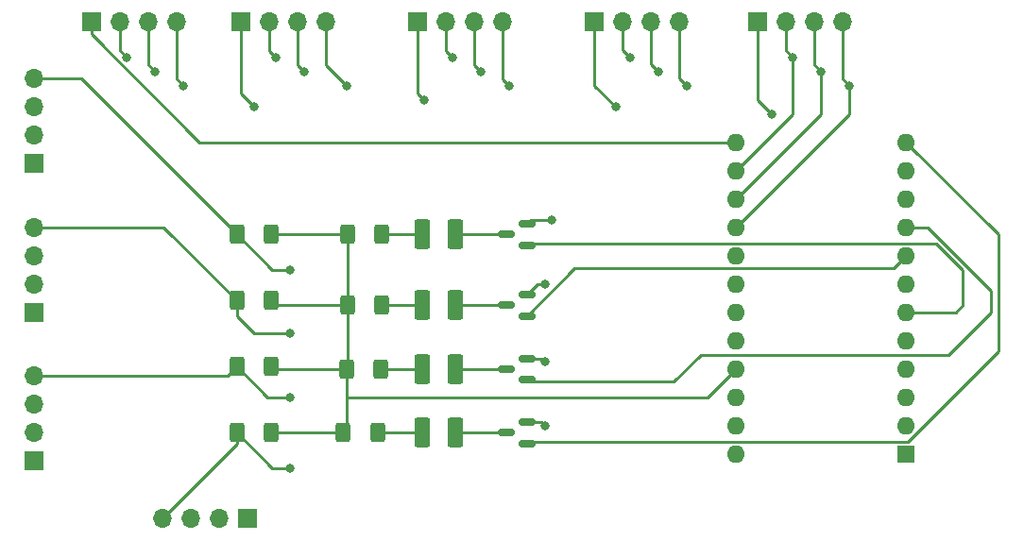
<source format=gbr>
%TF.GenerationSoftware,KiCad,Pcbnew,(6.0.4)*%
%TF.CreationDate,2022-05-05T20:35:17-04:00*%
%TF.ProjectId,mainboard,6d61696e-626f-4617-9264-2e6b69636164,0.0*%
%TF.SameCoordinates,Original*%
%TF.FileFunction,Copper,L1,Top*%
%TF.FilePolarity,Positive*%
%FSLAX46Y46*%
G04 Gerber Fmt 4.6, Leading zero omitted, Abs format (unit mm)*
G04 Created by KiCad (PCBNEW (6.0.4)) date 2022-05-05 20:35:17*
%MOMM*%
%LPD*%
G01*
G04 APERTURE LIST*
G04 Aperture macros list*
%AMRoundRect*
0 Rectangle with rounded corners*
0 $1 Rounding radius*
0 $2 $3 $4 $5 $6 $7 $8 $9 X,Y pos of 4 corners*
0 Add a 4 corners polygon primitive as box body*
4,1,4,$2,$3,$4,$5,$6,$7,$8,$9,$2,$3,0*
0 Add four circle primitives for the rounded corners*
1,1,$1+$1,$2,$3*
1,1,$1+$1,$4,$5*
1,1,$1+$1,$6,$7*
1,1,$1+$1,$8,$9*
0 Add four rect primitives between the rounded corners*
20,1,$1+$1,$2,$3,$4,$5,0*
20,1,$1+$1,$4,$5,$6,$7,0*
20,1,$1+$1,$6,$7,$8,$9,0*
20,1,$1+$1,$8,$9,$2,$3,0*%
G04 Aperture macros list end*
%TA.AperFunction,ComponentPad*%
%ADD10R,1.700000X1.700000*%
%TD*%
%TA.AperFunction,ComponentPad*%
%ADD11O,1.700000X1.700000*%
%TD*%
%TA.AperFunction,SMDPad,CuDef*%
%ADD12RoundRect,0.250001X0.462499X1.074999X-0.462499X1.074999X-0.462499X-1.074999X0.462499X-1.074999X0*%
%TD*%
%TA.AperFunction,SMDPad,CuDef*%
%ADD13RoundRect,0.250000X0.400000X0.625000X-0.400000X0.625000X-0.400000X-0.625000X0.400000X-0.625000X0*%
%TD*%
%TA.AperFunction,SMDPad,CuDef*%
%ADD14RoundRect,0.150000X0.587500X0.150000X-0.587500X0.150000X-0.587500X-0.150000X0.587500X-0.150000X0*%
%TD*%
%TA.AperFunction,SMDPad,CuDef*%
%ADD15RoundRect,0.250000X-0.400000X-0.625000X0.400000X-0.625000X0.400000X0.625000X-0.400000X0.625000X0*%
%TD*%
%TA.AperFunction,ComponentPad*%
%ADD16R,1.600000X1.600000*%
%TD*%
%TA.AperFunction,ComponentPad*%
%ADD17O,1.600000X1.600000*%
%TD*%
%TA.AperFunction,ViaPad*%
%ADD18C,0.800000*%
%TD*%
%TA.AperFunction,Conductor*%
%ADD19C,0.250000*%
%TD*%
G04 APERTURE END LIST*
D10*
%TO.P,J6,1,Pin_1*%
%TO.N,GND*%
X62795000Y-55870000D03*
D11*
%TO.P,J6,2,Pin_2*%
%TO.N,unconnected-(J6-Pad2)*%
X62795000Y-53330000D03*
%TO.P,J6,3,Pin_3*%
%TO.N,unconnected-(J6-Pad3)*%
X62795000Y-50790000D03*
%TO.P,J6,4,Pin_4*%
%TO.N,/fsr1*%
X62795000Y-48250000D03*
%TD*%
D12*
%TO.P,D1,1,K*%
%TO.N,Net-(D1-Pad1)*%
X100547500Y-62230000D03*
%TO.P,D1,2,A*%
%TO.N,Net-(D1-Pad2)*%
X97572500Y-62230000D03*
%TD*%
%TO.P,D3,1,K*%
%TO.N,Net-(D3-Pad1)*%
X100547500Y-74295000D03*
%TO.P,D3,2,A*%
%TO.N,Net-(D3-Pad2)*%
X97572500Y-74295000D03*
%TD*%
%TO.P,D2,1,K*%
%TO.N,Net-(D2-Pad1)*%
X100547500Y-68580000D03*
%TO.P,D2,2,A*%
%TO.N,Net-(D2-Pad2)*%
X97572500Y-68580000D03*
%TD*%
%TO.P,D4,1,K*%
%TO.N,Net-(D4-Pad1)*%
X100547500Y-80010000D03*
%TO.P,D4,2,A*%
%TO.N,Net-(D4-Pad2)*%
X97572500Y-80010000D03*
%TD*%
D13*
%TO.P,R6,1*%
%TO.N,VCC*%
X84100000Y-80010000D03*
%TO.P,R6,2*%
%TO.N,/fsr4*%
X81000000Y-80010000D03*
%TD*%
D14*
%TO.P,Q1,1,G*%
%TO.N,/led_a*%
X106982500Y-63180000D03*
%TO.P,Q1,2,S*%
%TO.N,GND*%
X106982500Y-61280000D03*
%TO.P,Q1,3,D*%
%TO.N,Net-(D1-Pad1)*%
X105107500Y-62230000D03*
%TD*%
D13*
%TO.P,R4,1*%
%TO.N,VCC*%
X84100000Y-74083332D03*
%TO.P,R4,2*%
%TO.N,/fsr3*%
X81000000Y-74083332D03*
%TD*%
D14*
%TO.P,Q2,1,G*%
%TO.N,/led_b*%
X106982500Y-69530000D03*
%TO.P,Q2,2,S*%
%TO.N,GND*%
X106982500Y-67630000D03*
%TO.P,Q2,3,D*%
%TO.N,Net-(D2-Pad1)*%
X105107500Y-68580000D03*
%TD*%
D15*
%TO.P,R7,1*%
%TO.N,VCC*%
X90805000Y-74295000D03*
%TO.P,R7,2*%
%TO.N,Net-(D3-Pad2)*%
X93905000Y-74295000D03*
%TD*%
D10*
%TO.P,J1,1,Pin_1*%
%TO.N,/cs1*%
X127625000Y-43170000D03*
D11*
%TO.P,J1,2,Pin_2*%
%TO.N,/MOSI*%
X130165000Y-43170000D03*
%TO.P,J1,3,Pin_3*%
%TO.N,/MISO*%
X132705000Y-43170000D03*
%TO.P,J1,4,Pin_4*%
%TO.N,/SCK*%
X135245000Y-43170000D03*
%TD*%
D14*
%TO.P,Q4,1,G*%
%TO.N,/led_d*%
X106982500Y-80960000D03*
%TO.P,Q4,2,S*%
%TO.N,GND*%
X106982500Y-79060000D03*
%TO.P,Q4,3,D*%
%TO.N,Net-(D4-Pad1)*%
X105107500Y-80010000D03*
%TD*%
D10*
%TO.P,J5,1,Pin_1*%
%TO.N,/cs5*%
X67935000Y-43170000D03*
D11*
%TO.P,J5,2,Pin_2*%
%TO.N,/MOSI*%
X70475000Y-43170000D03*
%TO.P,J5,3,Pin_3*%
%TO.N,/MISO*%
X73015000Y-43170000D03*
%TO.P,J5,4,Pin_4*%
%TO.N,/SCK*%
X75555000Y-43170000D03*
%TD*%
D10*
%TO.P,J3,1,Pin_1*%
%TO.N,/cs3*%
X97215000Y-43180000D03*
D11*
%TO.P,J3,2,Pin_2*%
%TO.N,/MOSI*%
X99755000Y-43180000D03*
%TO.P,J3,3,Pin_3*%
%TO.N,/MISO*%
X102295000Y-43180000D03*
%TO.P,J3,4,Pin_4*%
%TO.N,/SCK*%
X104835000Y-43180000D03*
%TD*%
D10*
%TO.P,J9,1,Pin_1*%
%TO.N,GND*%
X81905000Y-87700000D03*
D11*
%TO.P,J9,2,Pin_2*%
%TO.N,unconnected-(J9-Pad2)*%
X79365000Y-87700000D03*
%TO.P,J9,3,Pin_3*%
%TO.N,unconnected-(J9-Pad3)*%
X76825000Y-87700000D03*
%TO.P,J9,4,Pin_4*%
%TO.N,/fsr4*%
X74285000Y-87700000D03*
%TD*%
D10*
%TO.P,J8,1,Pin_1*%
%TO.N,GND*%
X62795000Y-82540000D03*
D11*
%TO.P,J8,2,Pin_2*%
%TO.N,unconnected-(J8-Pad2)*%
X62795000Y-80000000D03*
%TO.P,J8,3,Pin_3*%
%TO.N,unconnected-(J8-Pad3)*%
X62795000Y-77460000D03*
%TO.P,J8,4,Pin_4*%
%TO.N,/fsr3*%
X62795000Y-74920000D03*
%TD*%
D15*
%TO.P,R5,1*%
%TO.N,VCC*%
X90880000Y-68580000D03*
%TO.P,R5,2*%
%TO.N,Net-(D2-Pad2)*%
X93980000Y-68580000D03*
%TD*%
D10*
%TO.P,J7,1,Pin_1*%
%TO.N,GND*%
X62795000Y-69205000D03*
D11*
%TO.P,J7,2,Pin_2*%
%TO.N,unconnected-(J7-Pad2)*%
X62795000Y-66665000D03*
%TO.P,J7,3,Pin_3*%
%TO.N,unconnected-(J7-Pad3)*%
X62795000Y-64125000D03*
%TO.P,J7,4,Pin_4*%
%TO.N,/fsr2*%
X62795000Y-61585000D03*
%TD*%
D13*
%TO.P,R2,1*%
%TO.N,VCC*%
X84100000Y-68156666D03*
%TO.P,R2,2*%
%TO.N,/fsr2*%
X81000000Y-68156666D03*
%TD*%
D10*
%TO.P,J2,1,Pin_1*%
%TO.N,/cs2*%
X113030000Y-43180000D03*
D11*
%TO.P,J2,2,Pin_2*%
%TO.N,/MOSI*%
X115570000Y-43180000D03*
%TO.P,J2,3,Pin_3*%
%TO.N,/MISO*%
X118110000Y-43180000D03*
%TO.P,J2,4,Pin_4*%
%TO.N,/SCK*%
X120650000Y-43180000D03*
%TD*%
D10*
%TO.P,J4,1,Pin_1*%
%TO.N,/cs4*%
X81340000Y-43180000D03*
D11*
%TO.P,J4,2,Pin_2*%
%TO.N,/MOSI*%
X83880000Y-43180000D03*
%TO.P,J4,3,Pin_3*%
%TO.N,/MISO*%
X86420000Y-43180000D03*
%TO.P,J4,4,Pin_4*%
%TO.N,/SCK*%
X88960000Y-43180000D03*
%TD*%
D16*
%TO.P,U2,1,D1/TX*%
%TO.N,unconnected-(U2-Pad1)*%
X140970000Y-81915000D03*
D17*
%TO.P,U2,2,D0/RX*%
%TO.N,unconnected-(U2-Pad2)*%
X140970000Y-79375000D03*
%TO.P,U2,3,GND*%
%TO.N,GND*%
X140970000Y-76835000D03*
%TO.P,U2,4,GND*%
X140970000Y-74295000D03*
%TO.P,U2,5,D2*%
%TO.N,/cs1*%
X140970000Y-71755000D03*
%TO.P,U2,6,~D3*%
%TO.N,/led_a*%
X140970000Y-69215000D03*
%TO.P,U2,7,D4/A6*%
%TO.N,/fsr4*%
X140970000Y-66675000D03*
%TO.P,U2,8,~D5*%
%TO.N,/led_b*%
X140970000Y-64135000D03*
%TO.P,U2,9,~D6/A7*%
%TO.N,/led_c*%
X140970000Y-61595000D03*
%TO.P,U2,10,D7*%
%TO.N,/cs2*%
X140970000Y-59055000D03*
%TO.P,U2,11,D8/A8*%
%TO.N,/fsr3*%
X140970000Y-56515000D03*
%TO.P,U2,12,~D9/A9*%
%TO.N,/led_d*%
X140970000Y-53975000D03*
%TO.P,U2,13,~D10/A10*%
%TO.N,/cs5*%
X125730000Y-53975000D03*
%TO.P,U2,14,D16*%
%TO.N,/MOSI*%
X125730000Y-56515000D03*
%TO.P,U2,15,D14*%
%TO.N,/MISO*%
X125730000Y-59055000D03*
%TO.P,U2,16,D15*%
%TO.N,/SCK*%
X125730000Y-61595000D03*
%TO.P,U2,17,D18/A0*%
%TO.N,/cs4*%
X125730000Y-64135000D03*
%TO.P,U2,18,D19/A1*%
%TO.N,/cs3*%
X125730000Y-66675000D03*
%TO.P,U2,19,D20/A2*%
%TO.N,/fsr1*%
X125730000Y-69215000D03*
%TO.P,U2,20,D21/A3*%
%TO.N,/fsr2*%
X125730000Y-71755000D03*
%TO.P,U2,21,VCC*%
%TO.N,VCC*%
X125730000Y-74295000D03*
%TO.P,U2,22,RST*%
%TO.N,unconnected-(U2-Pad22)*%
X125730000Y-76835000D03*
%TO.P,U2,23,GND*%
%TO.N,GND*%
X125730000Y-79375000D03*
%TO.P,U2,24,RAW*%
%TO.N,unconnected-(U2-Pad24)*%
X125730000Y-81915000D03*
%TD*%
D13*
%TO.P,R1,1*%
%TO.N,VCC*%
X84100000Y-62230000D03*
%TO.P,R1,2*%
%TO.N,/fsr1*%
X81000000Y-62230000D03*
%TD*%
D15*
%TO.P,R8,1*%
%TO.N,VCC*%
X90525000Y-80010000D03*
%TO.P,R8,2*%
%TO.N,Net-(D4-Pad2)*%
X93625000Y-80010000D03*
%TD*%
D14*
%TO.P,Q3,1,G*%
%TO.N,/led_c*%
X106982500Y-75245000D03*
%TO.P,Q3,2,S*%
%TO.N,GND*%
X106982500Y-73345000D03*
%TO.P,Q3,3,D*%
%TO.N,Net-(D3-Pad1)*%
X105107500Y-74295000D03*
%TD*%
D15*
%TO.P,R3,1*%
%TO.N,VCC*%
X90880000Y-62230000D03*
%TO.P,R3,2*%
%TO.N,Net-(D1-Pad2)*%
X93980000Y-62230000D03*
%TD*%
D18*
%TO.N,GND*%
X108585000Y-79375000D03*
X108585000Y-73660000D03*
X108585000Y-66675000D03*
X109220000Y-60960000D03*
%TO.N,/cs4*%
X82550000Y-50800000D03*
%TO.N,/cs3*%
X97790000Y-50165000D03*
%TO.N,/cs2*%
X114935000Y-50800000D03*
%TO.N,/cs1*%
X128905000Y-51435000D03*
%TO.N,/fsr1*%
X85725000Y-65405000D03*
%TO.N,/fsr2*%
X85725000Y-71120000D03*
%TO.N,/fsr4*%
X85725000Y-83185000D03*
%TO.N,/fsr3*%
X85725000Y-76835000D03*
%TO.N,/MOSI*%
X84445000Y-46345000D03*
X130800000Y-46345000D03*
X71110000Y-46345000D03*
X100320000Y-46345000D03*
X116195000Y-46345000D03*
%TO.N,/MISO*%
X73650000Y-47615000D03*
X118735000Y-47615000D03*
X133340000Y-47615000D03*
X102860000Y-47615000D03*
X86985000Y-47615000D03*
%TO.N,/SCK*%
X76190000Y-48885000D03*
X135880000Y-48885000D03*
X121275000Y-48885000D03*
X90795000Y-48885000D03*
X105400000Y-48885000D03*
%TD*%
D19*
%TO.N,GND*%
X109220000Y-60960000D02*
X107302500Y-60960000D01*
X107302500Y-60960000D02*
X106982500Y-61280000D01*
X108585000Y-66675000D02*
X107937500Y-66675000D01*
X107937500Y-66675000D02*
X106982500Y-67630000D01*
X106982500Y-73345000D02*
X108270000Y-73345000D01*
X108270000Y-73345000D02*
X108585000Y-73660000D01*
X106982500Y-79060000D02*
X108270000Y-79060000D01*
X108270000Y-79060000D02*
X108585000Y-79375000D01*
%TO.N,/cs5*%
X67935000Y-43170000D02*
X67935000Y-44270000D01*
X67935000Y-44270000D02*
X77640000Y-53975000D01*
X77640000Y-53975000D02*
X125730000Y-53975000D01*
%TO.N,/cs4*%
X81340000Y-49590000D02*
X82550000Y-50800000D01*
X81340000Y-43180000D02*
X81340000Y-49590000D01*
%TO.N,/cs1*%
X128905000Y-51435000D02*
X127625000Y-50155000D01*
X127625000Y-50155000D02*
X127625000Y-43170000D01*
%TO.N,/cs2*%
X114935000Y-50800000D02*
X113030000Y-48895000D01*
X113030000Y-48895000D02*
X113030000Y-43180000D01*
%TO.N,/cs3*%
X97215000Y-49590000D02*
X97790000Y-50165000D01*
X97215000Y-43180000D02*
X97215000Y-49590000D01*
%TO.N,/fsr4*%
X84175000Y-83185000D02*
X85725000Y-83185000D01*
X81000000Y-80010000D02*
X84175000Y-83185000D01*
%TO.N,/fsr3*%
X83751668Y-76835000D02*
X85725000Y-76835000D01*
X81000000Y-74083332D02*
X83751668Y-76835000D01*
%TO.N,/fsr2*%
X82550000Y-71120000D02*
X85725000Y-71120000D01*
X81000000Y-68156666D02*
X81000000Y-69570000D01*
X81000000Y-69570000D02*
X82550000Y-71120000D01*
%TO.N,/fsr1*%
X84175000Y-65405000D02*
X85725000Y-65405000D01*
X81000000Y-62230000D02*
X84175000Y-65405000D01*
%TO.N,/fsr4*%
X74285000Y-87700000D02*
X81000000Y-80985000D01*
X81000000Y-80985000D02*
X81000000Y-80010000D01*
%TO.N,/fsr3*%
X62795000Y-74920000D02*
X80163332Y-74920000D01*
X80163332Y-74920000D02*
X81000000Y-74083332D01*
%TO.N,/fsr2*%
X62795000Y-61585000D02*
X74428334Y-61585000D01*
X74428334Y-61585000D02*
X81000000Y-68156666D01*
%TO.N,/fsr1*%
X62795000Y-48250000D02*
X67020000Y-48250000D01*
X67020000Y-48250000D02*
X81000000Y-62230000D01*
%TO.N,VCC*%
X123190000Y-76835000D02*
X90805000Y-76835000D01*
X125730000Y-74295000D02*
X123190000Y-76835000D01*
%TO.N,/led_d*%
X106982500Y-80960000D02*
X107152011Y-80790489D01*
X107152011Y-80790489D02*
X141144811Y-80790489D01*
X141144811Y-80790489D02*
X149225000Y-72710300D01*
X149225000Y-72710300D02*
X149225000Y-62230000D01*
X149225000Y-62230000D02*
X140970000Y-53975000D01*
%TO.N,/led_c*%
X144780000Y-73025000D02*
X148590000Y-69215000D01*
X122555000Y-73025000D02*
X144780000Y-73025000D01*
X106982500Y-75245000D02*
X107157011Y-75419511D01*
X107157011Y-75419511D02*
X120160489Y-75419511D01*
X120160489Y-75419511D02*
X122555000Y-73025000D01*
X148590000Y-67309282D02*
X142875718Y-61595000D01*
X148590000Y-69215000D02*
X148590000Y-67309282D01*
X142875718Y-61595000D02*
X140970000Y-61595000D01*
%TO.N,/led_b*%
X106982500Y-69530000D02*
X111252989Y-65259511D01*
X139845489Y-65259511D02*
X140970000Y-64135000D01*
X111252989Y-65259511D02*
X139845489Y-65259511D01*
%TO.N,/led_a*%
X146050000Y-65405000D02*
X146050000Y-68580000D01*
X106982500Y-63180000D02*
X107152011Y-63010489D01*
X107152011Y-63010489D02*
X143655489Y-63010489D01*
X146050000Y-68580000D02*
X145415000Y-69215000D01*
X143655489Y-63010489D02*
X146050000Y-65405000D01*
X145415000Y-69215000D02*
X140970000Y-69215000D01*
%TO.N,Net-(D4-Pad1)*%
X100547500Y-80010000D02*
X105107500Y-80010000D01*
%TO.N,Net-(D3-Pad1)*%
X100547500Y-74295000D02*
X105107500Y-74295000D01*
%TO.N,Net-(D1-Pad1)*%
X100547500Y-62230000D02*
X105107500Y-62230000D01*
%TO.N,Net-(D2-Pad1)*%
X100547500Y-68580000D02*
X105107500Y-68580000D01*
%TO.N,VCC*%
X84100000Y-80010000D02*
X90525000Y-80010000D01*
X90805000Y-74295000D02*
X90805000Y-79730000D01*
X90805000Y-79730000D02*
X90525000Y-80010000D01*
X90805000Y-74295000D02*
X84311668Y-74295000D01*
X84311668Y-74295000D02*
X84100000Y-74083332D01*
X90880000Y-68580000D02*
X90880000Y-74220000D01*
X90880000Y-74220000D02*
X90805000Y-74295000D01*
X90880000Y-68580000D02*
X84523334Y-68580000D01*
X84523334Y-68580000D02*
X84100000Y-68156666D01*
X90880000Y-62230000D02*
X90880000Y-68580000D01*
X84100000Y-62230000D02*
X90880000Y-62230000D01*
%TO.N,Net-(D4-Pad2)*%
X97572500Y-80010000D02*
X93625000Y-80010000D01*
%TO.N,Net-(D3-Pad2)*%
X93905000Y-74295000D02*
X97572500Y-74295000D01*
%TO.N,Net-(D2-Pad2)*%
X93980000Y-68580000D02*
X97572500Y-68580000D01*
%TO.N,Net-(D1-Pad2)*%
X93980000Y-62230000D02*
X97572500Y-62230000D01*
%TO.N,/SCK*%
X125730000Y-61595000D02*
X135880000Y-51445000D01*
X135880000Y-51445000D02*
X135880000Y-48885000D01*
%TO.N,/MISO*%
X125730000Y-59055000D02*
X133340000Y-51445000D01*
X133340000Y-51445000D02*
X133340000Y-47615000D01*
%TO.N,/MOSI*%
X125730000Y-56515000D02*
X130800000Y-51445000D01*
X130800000Y-51445000D02*
X130800000Y-46345000D01*
X99755000Y-43180000D02*
X99755000Y-45780000D01*
X70485000Y-43170000D02*
X70485000Y-45710000D01*
X115570000Y-45720000D02*
X116195000Y-46345000D01*
X70485000Y-45710000D02*
X71120000Y-46345000D01*
X130165000Y-45710000D02*
X130800000Y-46345000D01*
X130165000Y-43170000D02*
X130165000Y-45710000D01*
X83880000Y-45780000D02*
X84445000Y-46345000D01*
X83880000Y-43180000D02*
X83880000Y-45780000D01*
X115570000Y-43180000D02*
X115570000Y-45720000D01*
X99755000Y-45780000D02*
X100320000Y-46345000D01*
%TO.N,/MISO*%
X73025000Y-46980000D02*
X73660000Y-47615000D01*
X86420000Y-43180000D02*
X86420000Y-47050000D01*
X73025000Y-43170000D02*
X73025000Y-46980000D01*
X86420000Y-47050000D02*
X86985000Y-47615000D01*
X132705000Y-43170000D02*
X132705000Y-46980000D01*
X102295000Y-47050000D02*
X102860000Y-47615000D01*
X118110000Y-43180000D02*
X118110000Y-46990000D01*
X118110000Y-46990000D02*
X118735000Y-47615000D01*
X102295000Y-43180000D02*
X102295000Y-47050000D01*
X132705000Y-46980000D02*
X133340000Y-47615000D01*
%TO.N,/SCK*%
X75565000Y-43170000D02*
X75565000Y-48250000D01*
X120650000Y-48260000D02*
X121275000Y-48885000D01*
X75565000Y-48250000D02*
X76200000Y-48885000D01*
X135245000Y-48250000D02*
X135880000Y-48885000D01*
X104835000Y-43180000D02*
X104835000Y-48320000D01*
X88960000Y-43180000D02*
X88960000Y-47050000D01*
X135245000Y-43170000D02*
X135245000Y-48250000D01*
X104835000Y-48320000D02*
X105400000Y-48885000D01*
X120650000Y-43180000D02*
X120650000Y-48260000D01*
X88960000Y-47050000D02*
X90795000Y-48885000D01*
%TD*%
M02*

</source>
